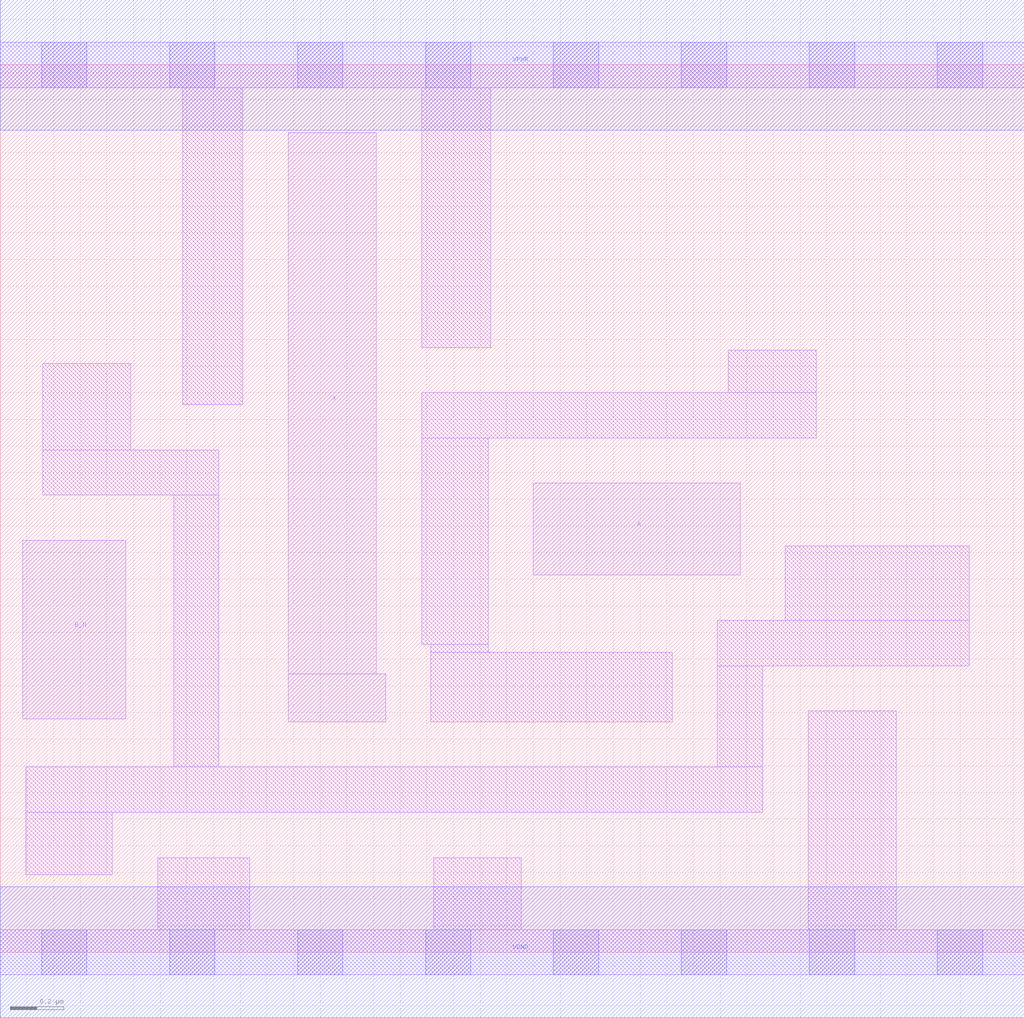
<source format=lef>
# Copyright 2020 The SkyWater PDK Authors
#
# Licensed under the Apache License, Version 2.0 (the "License");
# you may not use this file except in compliance with the License.
# You may obtain a copy of the License at
#
#     https://www.apache.org/licenses/LICENSE-2.0
#
# Unless required by applicable law or agreed to in writing, software
# distributed under the License is distributed on an "AS IS" BASIS,
# WITHOUT WARRANTIES OR CONDITIONS OF ANY KIND, either express or implied.
# See the License for the specific language governing permissions and
# limitations under the License.
#
# SPDX-License-Identifier: Apache-2.0

VERSION 5.7 ;
  NOWIREEXTENSIONATPIN ON ;
  DIVIDERCHAR "/" ;
  BUSBITCHARS "[]" ;
UNITS
  DATABASE MICRONS 200 ;
END UNITS
MACRO sky130_fd_sc_lp__or2b_2
  CLASS CORE ;
  FOREIGN sky130_fd_sc_lp__or2b_2 ;
  ORIGIN  0.000000  0.000000 ;
  SIZE  3.840000 BY  3.330000 ;
  SYMMETRY X Y R90 ;
  SITE unit ;
  PIN A
    ANTENNAGATEAREA  0.126000 ;
    DIRECTION INPUT ;
    USE SIGNAL ;
    PORT
      LAYER li1 ;
        RECT 2.000000 1.415000 2.775000 1.760000 ;
    END
  END A
  PIN B_N
    ANTENNAGATEAREA  0.126000 ;
    DIRECTION INPUT ;
    USE SIGNAL ;
    PORT
      LAYER li1 ;
        RECT 0.085000 0.875000 0.470000 1.545000 ;
    END
  END B_N
  PIN X
    ANTENNADIFFAREA  0.588000 ;
    DIRECTION OUTPUT ;
    USE SIGNAL ;
    PORT
      LAYER li1 ;
        RECT 1.080000 0.865000 1.445000 1.045000 ;
        RECT 1.080000 1.045000 1.410000 3.075000 ;
    END
  END X
  PIN VGND
    DIRECTION INOUT ;
    USE GROUND ;
    PORT
      LAYER met1 ;
        RECT 0.000000 -0.245000 3.840000 0.245000 ;
    END
  END VGND
  PIN VPWR
    DIRECTION INOUT ;
    USE POWER ;
    PORT
      LAYER met1 ;
        RECT 0.000000 3.085000 3.840000 3.575000 ;
    END
  END VPWR
  OBS
    LAYER li1 ;
      RECT 0.000000 -0.085000 3.840000 0.085000 ;
      RECT 0.000000  3.245000 3.840000 3.415000 ;
      RECT 0.095000  0.290000 0.420000 0.525000 ;
      RECT 0.095000  0.525000 2.860000 0.695000 ;
      RECT 0.160000  1.715000 0.820000 1.885000 ;
      RECT 0.160000  1.885000 0.490000 2.210000 ;
      RECT 0.590000  0.085000 0.935000 0.355000 ;
      RECT 0.650000  0.695000 0.820000 1.715000 ;
      RECT 0.685000  2.055000 0.910000 3.245000 ;
      RECT 1.580000  1.155000 1.830000 1.930000 ;
      RECT 1.580000  1.930000 3.060000 2.100000 ;
      RECT 1.580000  2.270000 1.840000 3.245000 ;
      RECT 1.615000  0.865000 2.520000 1.125000 ;
      RECT 1.615000  1.125000 1.830000 1.155000 ;
      RECT 1.625000  0.085000 1.955000 0.355000 ;
      RECT 2.690000  0.695000 2.860000 1.075000 ;
      RECT 2.690000  1.075000 3.635000 1.245000 ;
      RECT 2.730000  2.100000 3.060000 2.260000 ;
      RECT 2.945000  1.245000 3.635000 1.525000 ;
      RECT 3.030000  0.085000 3.360000 0.905000 ;
    LAYER mcon ;
      RECT 0.155000 -0.085000 0.325000 0.085000 ;
      RECT 0.155000  3.245000 0.325000 3.415000 ;
      RECT 0.635000 -0.085000 0.805000 0.085000 ;
      RECT 0.635000  3.245000 0.805000 3.415000 ;
      RECT 1.115000 -0.085000 1.285000 0.085000 ;
      RECT 1.115000  3.245000 1.285000 3.415000 ;
      RECT 1.595000 -0.085000 1.765000 0.085000 ;
      RECT 1.595000  3.245000 1.765000 3.415000 ;
      RECT 2.075000 -0.085000 2.245000 0.085000 ;
      RECT 2.075000  3.245000 2.245000 3.415000 ;
      RECT 2.555000 -0.085000 2.725000 0.085000 ;
      RECT 2.555000  3.245000 2.725000 3.415000 ;
      RECT 3.035000 -0.085000 3.205000 0.085000 ;
      RECT 3.035000  3.245000 3.205000 3.415000 ;
      RECT 3.515000 -0.085000 3.685000 0.085000 ;
      RECT 3.515000  3.245000 3.685000 3.415000 ;
  END
END sky130_fd_sc_lp__or2b_2
END LIBRARY

</source>
